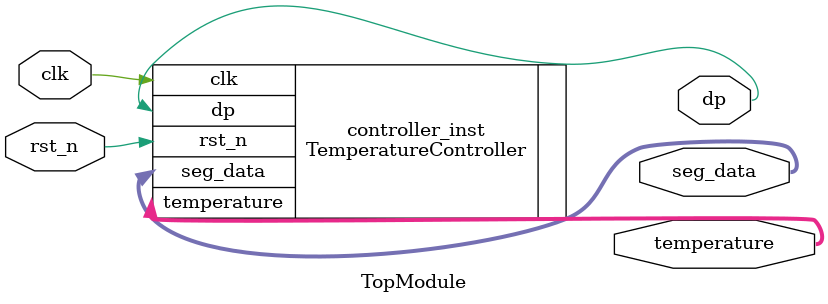
<source format=v>
module TopModule (
    input wire clk,
    input wire rst_n,
    output reg [6:0] seg_data,
    output reg dp,
    output [11:0] temperature
);


reg [11:0] temperature;

// Instanciación del controlador
TemperatureController controller_inst (
    .clk(clk),
    .rst_n(rst_n),
    .temperature(temperature),
    .seg_data(seg_data),
    .dp(dp)
);

endmodule

</source>
